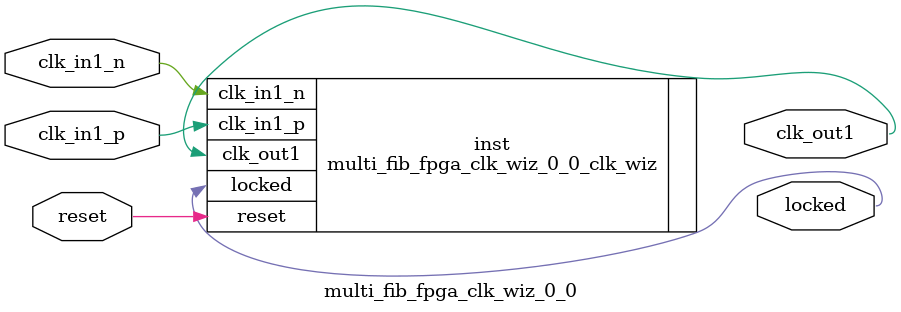
<source format=v>


`timescale 1ps/1ps

(* CORE_GENERATION_INFO = "multi_fib_fpga_clk_wiz_0_0,clk_wiz_v6_0_4_0_0,{component_name=multi_fib_fpga_clk_wiz_0_0,use_phase_alignment=false,use_min_o_jitter=false,use_max_i_jitter=false,use_dyn_phase_shift=false,use_inclk_switchover=false,use_dyn_reconfig=false,enable_axi=0,feedback_source=FDBK_AUTO,PRIMITIVE=MMCM,num_out_clk=1,clkin1_period=8.000,clkin2_period=10.000,use_power_down=false,use_reset=true,use_locked=true,use_inclk_stopped=false,feedback_type=SINGLE,CLOCK_MGR_TYPE=NA,manual_override=false}" *)

module multi_fib_fpga_clk_wiz_0_0 
 (
  // Clock out ports
  output        clk_out1,
  // Status and control signals
  input         reset,
  output        locked,
 // Clock in ports
  input         clk_in1_p,
  input         clk_in1_n
 );

  multi_fib_fpga_clk_wiz_0_0_clk_wiz inst
  (
  // Clock out ports  
  .clk_out1(clk_out1),
  // Status and control signals               
  .reset(reset), 
  .locked(locked),
 // Clock in ports
  .clk_in1_p(clk_in1_p),
  .clk_in1_n(clk_in1_n)
  );

endmodule

</source>
